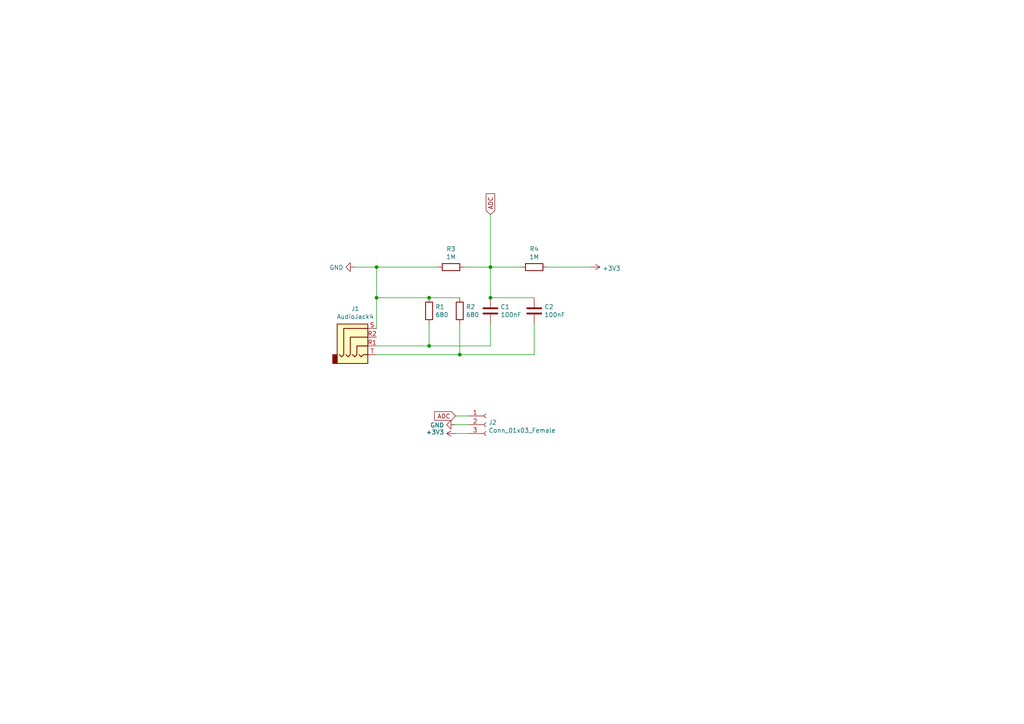
<source format=kicad_sch>
(kicad_sch (version 20211123) (generator eeschema)
  (paper "A4")
  (lib_symbols
    (symbol "Connector:AudioJack4"
      (property "Reference" "J" (at 0 8.89 0))
      (property "Value" "AudioJack4" (at 0 6.35 0))
      (symbol "AudioJack4_0_1"
        (rectangle (start -6.35 -5.08) (end -7.62 -7.62) (stroke (width 0.254)) (fill (type outline)))
        (polyline (pts (xy 0 -5.08) (xy 0.635 -5.715) (xy 1.27 -5.08) (xy 2.54 -5.08)) (stroke (width 0.254)))
        (polyline (pts (xy -5.715 -5.08) (xy -5.08 -5.715) (xy -4.445 -5.08) (xy -4.445 2.54) (xy 2.54 2.54)) (stroke (width 0.254)))
        (polyline (pts (xy -1.905 -5.08) (xy -1.27 -5.715) (xy -0.635 -5.08) (xy -0.635 -2.54) (xy 2.54 -2.54)) (stroke (width 0.254)))
        (polyline (pts (xy 2.54 0) (xy -2.54 0) (xy -2.54 -5.08) (xy -3.175 -5.715) (xy -3.81 -5.08)) (stroke (width 0.254)))
        (rectangle (start 2.54 3.81) (end -6.35 -7.62) (stroke (width 0.254)) (fill (type background)))
      )
      (symbol "AudioJack4_1_1"
        (pin passive line (at 5.08 -2.54 180) (length 2.54) (name "~") (number "R1"))
        (pin passive line (at 5.08 0 180) (length 2.54) (name "~") (number "R2"))
        (pin passive line (at 5.08 2.54 180) (length 2.54) (name "~") (number "S"))
        (pin passive line (at 5.08 -5.08 180) (length 2.54) (name "~") (number "T"))
      )
    )
    (symbol "Connector:Conn_01x03_Female" (pin_names (offset 1.016) hide)
      (property "Reference" "J" (at 0 5.08 0))
      (property "Value" "Conn_01x03_Female" (at 0 -5.08 0))
      (symbol "Conn_01x03_Female_1_1"
        (arc (start 0 -2.032) (mid -0.508 -2.54) (end 0 -3.048) (stroke (width 0.1524)))
        (polyline (pts (xy -1.27 -2.54) (xy -0.508 -2.54)) (stroke (width 0.1524)))
        (polyline (pts (xy -1.27 0) (xy -0.508 0)) (stroke (width 0.1524)))
        (polyline (pts (xy -1.27 2.54) (xy -0.508 2.54)) (stroke (width 0.1524)))
        (arc (start 0 0.508) (mid -0.508 0) (end 0 -0.508) (stroke (width 0.1524)))
        (arc (start 0 3.048) (mid -0.508 2.54) (end 0 2.032) (stroke (width 0.1524)))
        (pin passive line (at -5.08 2.54 0) (length 3.81) (name "Pin_1") (number "1"))
        (pin passive line (at -5.08 0 0) (length 3.81) (name "Pin_2") (number "2"))
        (pin passive line (at -5.08 -2.54 0) (length 3.81) (name "Pin_3") (number "3"))
      )
    )
    (symbol "Device:C" (pin_numbers hide) (pin_names (offset 0.254))
      (property "Reference" "C" (at 0.635 2.54 0))
      (property "Value" "C" (at 0.635 -2.54 0))
      (symbol "C_0_1"
        (polyline (pts (xy -2.032 -0.762) (xy 2.032 -0.762)) (stroke (width 0.508)))
        (polyline (pts (xy -2.032 0.762) (xy 2.032 0.762)) (stroke (width 0.508)))
      )
      (symbol "C_1_1"
        (pin passive line (at 0 3.81 270) (length 2.794) (name "~") (number "1"))
        (pin passive line (at 0 -3.81 90) (length 2.794) (name "~") (number "2"))
      )
    )
    (symbol "Device:R" (pin_numbers hide) (pin_names (offset 0))
      (property "Reference" "R" (at 2.032 0 90))
      (property "Value" "R" (at 0 0 90))
      (symbol "R_0_1"
        (rectangle (start -1.016 -2.54) (end 1.016 2.54) (stroke (width 0.254)))
      )
      (symbol "R_1_1"
        (pin passive line (at 0 3.81 270) (length 1.27) (name "~") (number "1"))
        (pin passive line (at 0 -3.81 90) (length 1.27) (name "~") (number "2"))
      )
    )
    (symbol "power:+3.3V" (power) (pin_names (offset 0))
      (property "Value" "+3.3V" (at 0 3.556 0))
      (symbol "+3.3V_0_1"
        (polyline (pts (xy -0.762 1.27) (xy 0 2.54)))
        (polyline (pts (xy 0 0) (xy 0 2.54)))
        (polyline (pts (xy 0 2.54) (xy 0.762 1.27)))
      )
      (symbol "+3.3V_1_1"
        (pin power_in line (at 0 0 90) (length 0) hide (name "+3V3") (number "1"))
      )
    )
    (symbol "power:GND" (power) (pin_names (offset 0))
      (property "Value" "GND" (at 0 -3.81 0))
      (symbol "GND_0_1"
        (polyline (pts (xy 0 0) (xy 0 -1.27) (xy 1.27 -1.27) (xy 0 -2.54) (xy -1.27 -1.27) (xy 0 -1.27)))
      )
      (symbol "GND_1_1"
        (pin power_in line (at 0 0 270) (length 0) hide (name "GND") (number "1"))
      )
    )
  )
  (junction (at 109.22 86.36))
  (junction (at 142.24 86.36))
  (junction (at 124.46 100.33))
  (junction (at 142.24 77.47))
  (junction (at 133.35 102.87))
  (junction (at 109.22 77.47))
  (junction (at 124.46 86.36))
  (wire (pts (xy 142.24 77.47) (xy 142.24 86.36)))
  (wire (pts (xy 154.94 86.36) (xy 142.24 86.36)))
  (wire (pts (xy 132.08 125.73) (xy 135.89 125.73)))
  (wire (pts (xy 132.08 123.19) (xy 135.89 123.19)))
  (wire (pts (xy 124.46 86.36) (xy 109.22 86.36)))
  (wire (pts (xy 109.22 102.87) (xy 133.35 102.87)))
  (wire (pts (xy 124.46 93.98) (xy 124.46 100.33)))
  (wire (pts (xy 142.24 62.23) (xy 142.24 77.47)))
  (wire (pts (xy 134.62 77.47) (xy 142.24 77.47)))
  (wire (pts (xy 133.35 86.36) (xy 124.46 86.36)))
  (wire (pts (xy 154.94 93.98) (xy 154.94 102.87)))
  (wire (pts (xy 132.08 120.65) (xy 135.89 120.65)))
  (wire (pts (xy 109.22 100.33) (xy 124.46 100.33)))
  (wire (pts (xy 158.75 77.47) (xy 171.45 77.47)))
  (wire (pts (xy 133.35 93.98) (xy 133.35 102.87)))
  (wire (pts (xy 124.46 100.33) (xy 142.24 100.33)))
  (wire (pts (xy 109.22 86.36) (xy 109.22 77.47)))
  (wire (pts (xy 102.87 77.47) (xy 109.22 77.47)))
  (wire (pts (xy 109.22 95.25) (xy 109.22 86.36)))
  (wire (pts (xy 142.24 77.47) (xy 151.13 77.47)))
  (wire (pts (xy 154.94 102.87) (xy 133.35 102.87)))
  (wire (pts (xy 109.22 77.47) (xy 127 77.47)))
  (wire (pts (xy 142.24 100.33) (xy 142.24 93.98)))
  (global_label "ADC" (shape input) (at 142.24 62.23 90) (property "Intersheet References" "${INTERSHEET_REFS}" (effects hide)))
  (global_label "ADC" (shape input) (at 132.08 120.65 180) (property "Intersheet References" "${INTERSHEET_REFS}" (effects hide)))
  (symbol (lib_id "Device:R") (at 124.46 90.17 0) (unit 1)
    (property "Reference" "R1" (at 126.238 89.0016 0) (effects (justify left)))
    (property "Value" "680" (at 126.238 91.313 0) (effects (justify left)))
    (property "Footprint" "Resistor_SMD:R_0805_2012Metric_Pad1.20x1.40mm_HandSolder" (effects hide))
  )
  (symbol (lib_id "Device:R") (at 133.35 90.17 0) (unit 1)
    (property "Reference" "R2" (at 135.128 89.0016 0) (effects (justify left)))
    (property "Value" "680" (at 135.128 91.313 0) (effects (justify left)))
    (property "Footprint" "Resistor_SMD:R_0805_2012Metric_Pad1.20x1.40mm_HandSolder" (effects hide))
  )
  (symbol (lib_id "Device:C") (at 142.24 90.17 0) (unit 1)
    (property "Reference" "C1" (at 145.161 89.0016 0) (effects (justify left)))
    (property "Value" "100nF" (at 145.161 91.313 0) (effects (justify left)))
    (property "Footprint" "Capacitor_SMD:C_0805_2012Metric_Pad1.18x1.45mm_HandSolder" (effects hide))
  )
  (symbol (lib_id "Device:C") (at 154.94 90.17 0) (unit 1)
    (property "Reference" "C2" (at 157.861 89.0016 0) (effects (justify left)))
    (property "Value" "100nF" (at 157.861 91.313 0) (effects (justify left)))
    (property "Footprint" "Capacitor_SMD:C_0805_2012Metric_Pad1.18x1.45mm_HandSolder" (effects hide))
  )
  (symbol (lib_id "Device:R") (at 154.94 77.47 270) (unit 1)
    (property "Reference" "R4" (at 154.94 72.2122 90))
    (property "Value" "1M" (at 154.94 74.5236 90))
    (property "Footprint" "Resistor_SMD:R_0805_2012Metric_Pad1.20x1.40mm_HandSolder" (effects hide))
  )
  (symbol (lib_id "Device:R") (at 130.81 77.47 270) (unit 1)
    (property "Reference" "R3" (at 130.81 72.2122 90))
    (property "Value" "1M" (at 130.81 74.5236 90))
    (property "Footprint" "Resistor_SMD:R_0805_2012Metric_Pad1.20x1.40mm_HandSolder" (effects hide))
  )
  (symbol (lib_id "Connector:AudioJack4") (at 104.14 97.79 0) (unit 1)
    (property "Reference" "J1" (at 103.0478 89.535 0))
    (property "Value" "AudioJack4" (at 103.0478 91.8464 0))
    (property "Footprint" "Connector_Audio:Jack_3.5mm_PJ320D_Horizontal" (effects hide))
  )
  (symbol (lib_id "power:GND") (at 102.87 77.47 270) (unit 1)
    (property "Reference" "#PWR01" (effects hide))
    (property "Value" "GND" (at 99.6188 77.597 90) (effects (justify right)))
  )
  (symbol (lib_id "power:+3.3V") (at 171.45 77.47 270) (unit 1)
    (property "Reference" "#PWR02" (effects hide))
    (property "Value" "+3.3V" (at 174.7012 77.851 90) (effects (justify left)))
  )
  (symbol (lib_id "Connector:Conn_01x03_Female") (at 140.97 123.19 0) (unit 1)
    (property "Reference" "J2" (at 141.6812 122.5296 0) (effects (justify left)))
    (property "Value" "Conn_01x03_Female" (at 141.6812 124.841 0) (effects (justify left)))
    (property "Footprint" "Connector_PinHeader_2.54mm:PinHeader_1x03_P2.54mm_Vertical" (effects hide))
  )
  (symbol (lib_id "power:GND") (at 132.08 123.19 270) (unit 1)
    (property "Reference" "#PWR03" (effects hide))
    (property "Value" "GND" (at 128.8288 123.317 90) (effects (justify right)))
  )
  (symbol (lib_id "power:+3.3V") (at 132.08 125.73 90) (unit 1)
    (property "Reference" "#PWR04" (effects hide))
    (property "Value" "+3.3V" (at 128.8288 125.349 90) (effects (justify left)))
  )
)
</source>
